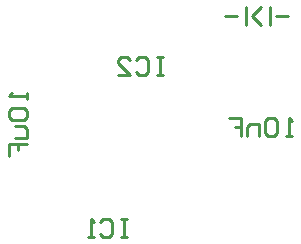
<source format=gbo>
G04*
G04 #@! TF.GenerationSoftware,Altium Limited,Altium NEXUS,1.0.9 (89)*
G04*
G04 Layer_Color=32896*
%FSLAX42Y42*%
%MOMM*%
G71*
G01*
G75*
%ADD10C,0.25*%
D10*
X190Y2045D02*
Y1994D01*
Y2019D01*
X38D01*
X64Y2045D01*
Y1918D02*
X38Y1892D01*
Y1842D01*
X64Y1816D01*
X165D01*
X190Y1842D01*
Y1892D01*
X165Y1918D01*
X64D01*
X89Y1765D02*
X165D01*
X190Y1740D01*
Y1664D01*
X89D01*
X38Y1511D02*
Y1613D01*
X114D01*
Y1562D01*
Y1613D01*
X190D01*
X1346Y2349D02*
X1295D01*
X1321D01*
Y2197D01*
X1346D01*
X1295D01*
X1118Y2324D02*
X1143Y2349D01*
X1194D01*
X1219Y2324D01*
Y2222D01*
X1194Y2197D01*
X1143D01*
X1118Y2222D01*
X965Y2197D02*
X1067D01*
X965Y2299D01*
Y2324D01*
X991Y2349D01*
X1041D01*
X1067Y2324D01*
X1041Y978D02*
X991D01*
X1016D01*
Y826D01*
X1041D01*
X991D01*
X813Y952D02*
X838Y978D01*
X889D01*
X914Y952D01*
Y851D01*
X889Y826D01*
X838D01*
X813Y851D01*
X762Y826D02*
X711D01*
X737D01*
Y978D01*
X762Y952D01*
X2438Y1676D02*
X2388D01*
X2413D01*
Y1829D01*
X2438Y1803D01*
X2311D02*
X2286Y1829D01*
X2235D01*
X2210Y1803D01*
Y1702D01*
X2235Y1676D01*
X2286D01*
X2311Y1702D01*
Y1803D01*
X2159Y1676D02*
Y1778D01*
X2083D01*
X2058Y1753D01*
Y1676D01*
X1905Y1829D02*
X2007D01*
Y1753D01*
X1956D01*
X2007D01*
Y1676D01*
X2400Y2692D02*
X2299D01*
X2248Y2769D02*
Y2616D01*
X2172D02*
X2096Y2692D01*
X2172Y2769D01*
X2045D02*
Y2616D01*
X1969Y2692D02*
X1867D01*
M02*

</source>
